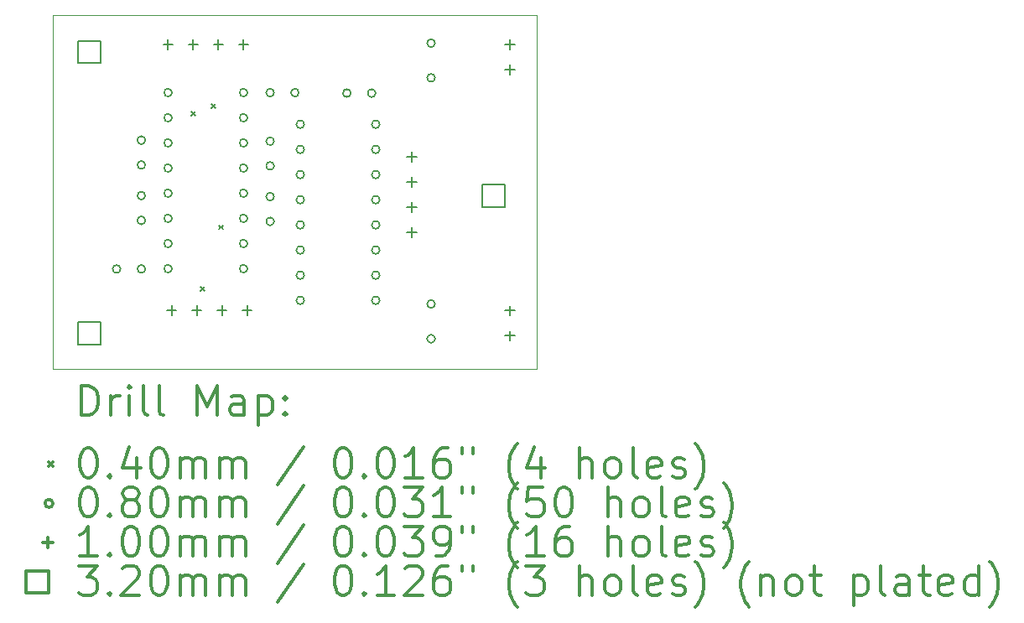
<source format=gbr>
%FSLAX45Y45*%
G04 Gerber Fmt 4.5, Leading zero omitted, Abs format (unit mm)*
G04 Created by KiCad (PCBNEW (5.1.5)-3) date 2020-05-24 13:05:51*
%MOMM*%
%LPD*%
G04 APERTURE LIST*
%TA.AperFunction,Profile*%
%ADD10C,0.050000*%
%TD*%
%ADD11C,0.200000*%
%ADD12C,0.300000*%
G04 APERTURE END LIST*
D10*
X9650000Y-8235000D02*
X14535000Y-8235000D01*
X9650000Y-4660000D02*
X9650000Y-8235000D01*
X14535000Y-4660000D02*
X9650000Y-4660000D01*
X14535000Y-8235000D02*
X14535000Y-4660000D01*
D11*
X11045000Y-5635000D02*
X11085000Y-5675000D01*
X11085000Y-5635000D02*
X11045000Y-5675000D01*
X11140000Y-7405000D02*
X11180000Y-7445000D01*
X11180000Y-7405000D02*
X11140000Y-7445000D01*
X11245000Y-5560000D02*
X11285000Y-5600000D01*
X11285000Y-5560000D02*
X11245000Y-5600000D01*
X11325000Y-6785000D02*
X11365000Y-6825000D01*
X11365000Y-6785000D02*
X11325000Y-6825000D01*
X11880000Y-5935000D02*
G75*
G03X11880000Y-5935000I-40000J0D01*
G01*
X11880000Y-6185000D02*
G75*
G03X11880000Y-6185000I-40000J0D01*
G01*
X10330000Y-7225000D02*
G75*
G03X10330000Y-7225000I-40000J0D01*
G01*
X10580000Y-7225000D02*
G75*
G03X10580000Y-7225000I-40000J0D01*
G01*
X10580000Y-6485000D02*
G75*
G03X10580000Y-6485000I-40000J0D01*
G01*
X10580000Y-6735000D02*
G75*
G03X10580000Y-6735000I-40000J0D01*
G01*
X11880000Y-5445000D02*
G75*
G03X11880000Y-5445000I-40000J0D01*
G01*
X12130000Y-5445000D02*
G75*
G03X12130000Y-5445000I-40000J0D01*
G01*
X10580000Y-5925000D02*
G75*
G03X10580000Y-5925000I-40000J0D01*
G01*
X10580000Y-6175000D02*
G75*
G03X10580000Y-6175000I-40000J0D01*
G01*
X12655000Y-5450000D02*
G75*
G03X12655000Y-5450000I-40000J0D01*
G01*
X12905000Y-5450000D02*
G75*
G03X12905000Y-5450000I-40000J0D01*
G01*
X13505000Y-4945000D02*
G75*
G03X13505000Y-4945000I-40000J0D01*
G01*
X13505000Y-5295000D02*
G75*
G03X13505000Y-5295000I-40000J0D01*
G01*
X12185000Y-5765000D02*
G75*
G03X12185000Y-5765000I-40000J0D01*
G01*
X12185000Y-6019000D02*
G75*
G03X12185000Y-6019000I-40000J0D01*
G01*
X12185000Y-6273000D02*
G75*
G03X12185000Y-6273000I-40000J0D01*
G01*
X12185000Y-6527000D02*
G75*
G03X12185000Y-6527000I-40000J0D01*
G01*
X12185000Y-6781000D02*
G75*
G03X12185000Y-6781000I-40000J0D01*
G01*
X12185000Y-7035000D02*
G75*
G03X12185000Y-7035000I-40000J0D01*
G01*
X12185000Y-7289000D02*
G75*
G03X12185000Y-7289000I-40000J0D01*
G01*
X12185000Y-7543000D02*
G75*
G03X12185000Y-7543000I-40000J0D01*
G01*
X12947000Y-5765000D02*
G75*
G03X12947000Y-5765000I-40000J0D01*
G01*
X12947000Y-6019000D02*
G75*
G03X12947000Y-6019000I-40000J0D01*
G01*
X12947000Y-6273000D02*
G75*
G03X12947000Y-6273000I-40000J0D01*
G01*
X12947000Y-6527000D02*
G75*
G03X12947000Y-6527000I-40000J0D01*
G01*
X12947000Y-6781000D02*
G75*
G03X12947000Y-6781000I-40000J0D01*
G01*
X12947000Y-7035000D02*
G75*
G03X12947000Y-7035000I-40000J0D01*
G01*
X12947000Y-7289000D02*
G75*
G03X12947000Y-7289000I-40000J0D01*
G01*
X12947000Y-7543000D02*
G75*
G03X12947000Y-7543000I-40000J0D01*
G01*
X11880000Y-6495000D02*
G75*
G03X11880000Y-6495000I-40000J0D01*
G01*
X11880000Y-6745000D02*
G75*
G03X11880000Y-6745000I-40000J0D01*
G01*
X10850000Y-5445000D02*
G75*
G03X10850000Y-5445000I-40000J0D01*
G01*
X10850000Y-5699000D02*
G75*
G03X10850000Y-5699000I-40000J0D01*
G01*
X10850000Y-5953000D02*
G75*
G03X10850000Y-5953000I-40000J0D01*
G01*
X10850000Y-6207000D02*
G75*
G03X10850000Y-6207000I-40000J0D01*
G01*
X10850000Y-6461000D02*
G75*
G03X10850000Y-6461000I-40000J0D01*
G01*
X10850000Y-6715000D02*
G75*
G03X10850000Y-6715000I-40000J0D01*
G01*
X10850000Y-6969000D02*
G75*
G03X10850000Y-6969000I-40000J0D01*
G01*
X10850000Y-7223000D02*
G75*
G03X10850000Y-7223000I-40000J0D01*
G01*
X11612000Y-5445000D02*
G75*
G03X11612000Y-5445000I-40000J0D01*
G01*
X11612000Y-5699000D02*
G75*
G03X11612000Y-5699000I-40000J0D01*
G01*
X11612000Y-5953000D02*
G75*
G03X11612000Y-5953000I-40000J0D01*
G01*
X11612000Y-6207000D02*
G75*
G03X11612000Y-6207000I-40000J0D01*
G01*
X11612000Y-6461000D02*
G75*
G03X11612000Y-6461000I-40000J0D01*
G01*
X11612000Y-6715000D02*
G75*
G03X11612000Y-6715000I-40000J0D01*
G01*
X11612000Y-6969000D02*
G75*
G03X11612000Y-6969000I-40000J0D01*
G01*
X11612000Y-7223000D02*
G75*
G03X11612000Y-7223000I-40000J0D01*
G01*
X13505000Y-7580000D02*
G75*
G03X13505000Y-7580000I-40000J0D01*
G01*
X13505000Y-7930000D02*
G75*
G03X13505000Y-7930000I-40000J0D01*
G01*
X10810000Y-4905000D02*
X10810000Y-5005000D01*
X10760000Y-4955000D02*
X10860000Y-4955000D01*
X11064000Y-4905000D02*
X11064000Y-5005000D01*
X11014000Y-4955000D02*
X11114000Y-4955000D01*
X11318000Y-4905000D02*
X11318000Y-5005000D01*
X11268000Y-4955000D02*
X11368000Y-4955000D01*
X11572000Y-4905000D02*
X11572000Y-5005000D01*
X11522000Y-4955000D02*
X11622000Y-4955000D01*
X14260000Y-4911000D02*
X14260000Y-5011000D01*
X14210000Y-4961000D02*
X14310000Y-4961000D01*
X14260000Y-5165000D02*
X14260000Y-5265000D01*
X14210000Y-5215000D02*
X14310000Y-5215000D01*
X13270000Y-6043000D02*
X13270000Y-6143000D01*
X13220000Y-6093000D02*
X13320000Y-6093000D01*
X13270000Y-6297000D02*
X13270000Y-6397000D01*
X13220000Y-6347000D02*
X13320000Y-6347000D01*
X13270000Y-6551000D02*
X13270000Y-6651000D01*
X13220000Y-6601000D02*
X13320000Y-6601000D01*
X13270000Y-6805000D02*
X13270000Y-6905000D01*
X13220000Y-6855000D02*
X13320000Y-6855000D01*
X10845000Y-7595000D02*
X10845000Y-7695000D01*
X10795000Y-7645000D02*
X10895000Y-7645000D01*
X11099000Y-7595000D02*
X11099000Y-7695000D01*
X11049000Y-7645000D02*
X11149000Y-7645000D01*
X11353000Y-7595000D02*
X11353000Y-7695000D01*
X11303000Y-7645000D02*
X11403000Y-7645000D01*
X11607000Y-7595000D02*
X11607000Y-7695000D01*
X11557000Y-7645000D02*
X11657000Y-7645000D01*
X14260000Y-7596000D02*
X14260000Y-7696000D01*
X14210000Y-7646000D02*
X14310000Y-7646000D01*
X14260000Y-7850000D02*
X14260000Y-7950000D01*
X14210000Y-7900000D02*
X14310000Y-7900000D01*
X10128138Y-5148138D02*
X10128138Y-4921862D01*
X9901862Y-4921862D01*
X9901862Y-5148138D01*
X10128138Y-5148138D01*
X10128138Y-7988138D02*
X10128138Y-7761862D01*
X9901862Y-7761862D01*
X9901862Y-7988138D01*
X10128138Y-7988138D01*
X14208138Y-6598138D02*
X14208138Y-6371862D01*
X13981862Y-6371862D01*
X13981862Y-6598138D01*
X14208138Y-6598138D01*
D12*
X9933928Y-8703214D02*
X9933928Y-8403214D01*
X10005357Y-8403214D01*
X10048214Y-8417500D01*
X10076786Y-8446072D01*
X10091071Y-8474643D01*
X10105357Y-8531786D01*
X10105357Y-8574643D01*
X10091071Y-8631786D01*
X10076786Y-8660357D01*
X10048214Y-8688929D01*
X10005357Y-8703214D01*
X9933928Y-8703214D01*
X10233928Y-8703214D02*
X10233928Y-8503214D01*
X10233928Y-8560357D02*
X10248214Y-8531786D01*
X10262500Y-8517500D01*
X10291071Y-8503214D01*
X10319643Y-8503214D01*
X10419643Y-8703214D02*
X10419643Y-8503214D01*
X10419643Y-8403214D02*
X10405357Y-8417500D01*
X10419643Y-8431786D01*
X10433928Y-8417500D01*
X10419643Y-8403214D01*
X10419643Y-8431786D01*
X10605357Y-8703214D02*
X10576786Y-8688929D01*
X10562500Y-8660357D01*
X10562500Y-8403214D01*
X10762500Y-8703214D02*
X10733928Y-8688929D01*
X10719643Y-8660357D01*
X10719643Y-8403214D01*
X11105357Y-8703214D02*
X11105357Y-8403214D01*
X11205357Y-8617500D01*
X11305357Y-8403214D01*
X11305357Y-8703214D01*
X11576786Y-8703214D02*
X11576786Y-8546072D01*
X11562500Y-8517500D01*
X11533928Y-8503214D01*
X11476786Y-8503214D01*
X11448214Y-8517500D01*
X11576786Y-8688929D02*
X11548214Y-8703214D01*
X11476786Y-8703214D01*
X11448214Y-8688929D01*
X11433928Y-8660357D01*
X11433928Y-8631786D01*
X11448214Y-8603214D01*
X11476786Y-8588929D01*
X11548214Y-8588929D01*
X11576786Y-8574643D01*
X11719643Y-8503214D02*
X11719643Y-8803214D01*
X11719643Y-8517500D02*
X11748214Y-8503214D01*
X11805357Y-8503214D01*
X11833928Y-8517500D01*
X11848214Y-8531786D01*
X11862500Y-8560357D01*
X11862500Y-8646072D01*
X11848214Y-8674643D01*
X11833928Y-8688929D01*
X11805357Y-8703214D01*
X11748214Y-8703214D01*
X11719643Y-8688929D01*
X11991071Y-8674643D02*
X12005357Y-8688929D01*
X11991071Y-8703214D01*
X11976786Y-8688929D01*
X11991071Y-8674643D01*
X11991071Y-8703214D01*
X11991071Y-8517500D02*
X12005357Y-8531786D01*
X11991071Y-8546072D01*
X11976786Y-8531786D01*
X11991071Y-8517500D01*
X11991071Y-8546072D01*
X9607500Y-9177500D02*
X9647500Y-9217500D01*
X9647500Y-9177500D02*
X9607500Y-9217500D01*
X9991071Y-9033214D02*
X10019643Y-9033214D01*
X10048214Y-9047500D01*
X10062500Y-9061786D01*
X10076786Y-9090357D01*
X10091071Y-9147500D01*
X10091071Y-9218929D01*
X10076786Y-9276072D01*
X10062500Y-9304643D01*
X10048214Y-9318929D01*
X10019643Y-9333214D01*
X9991071Y-9333214D01*
X9962500Y-9318929D01*
X9948214Y-9304643D01*
X9933928Y-9276072D01*
X9919643Y-9218929D01*
X9919643Y-9147500D01*
X9933928Y-9090357D01*
X9948214Y-9061786D01*
X9962500Y-9047500D01*
X9991071Y-9033214D01*
X10219643Y-9304643D02*
X10233928Y-9318929D01*
X10219643Y-9333214D01*
X10205357Y-9318929D01*
X10219643Y-9304643D01*
X10219643Y-9333214D01*
X10491071Y-9133214D02*
X10491071Y-9333214D01*
X10419643Y-9018929D02*
X10348214Y-9233214D01*
X10533928Y-9233214D01*
X10705357Y-9033214D02*
X10733928Y-9033214D01*
X10762500Y-9047500D01*
X10776786Y-9061786D01*
X10791071Y-9090357D01*
X10805357Y-9147500D01*
X10805357Y-9218929D01*
X10791071Y-9276072D01*
X10776786Y-9304643D01*
X10762500Y-9318929D01*
X10733928Y-9333214D01*
X10705357Y-9333214D01*
X10676786Y-9318929D01*
X10662500Y-9304643D01*
X10648214Y-9276072D01*
X10633928Y-9218929D01*
X10633928Y-9147500D01*
X10648214Y-9090357D01*
X10662500Y-9061786D01*
X10676786Y-9047500D01*
X10705357Y-9033214D01*
X10933928Y-9333214D02*
X10933928Y-9133214D01*
X10933928Y-9161786D02*
X10948214Y-9147500D01*
X10976786Y-9133214D01*
X11019643Y-9133214D01*
X11048214Y-9147500D01*
X11062500Y-9176072D01*
X11062500Y-9333214D01*
X11062500Y-9176072D02*
X11076786Y-9147500D01*
X11105357Y-9133214D01*
X11148214Y-9133214D01*
X11176786Y-9147500D01*
X11191071Y-9176072D01*
X11191071Y-9333214D01*
X11333928Y-9333214D02*
X11333928Y-9133214D01*
X11333928Y-9161786D02*
X11348214Y-9147500D01*
X11376786Y-9133214D01*
X11419643Y-9133214D01*
X11448214Y-9147500D01*
X11462500Y-9176072D01*
X11462500Y-9333214D01*
X11462500Y-9176072D02*
X11476786Y-9147500D01*
X11505357Y-9133214D01*
X11548214Y-9133214D01*
X11576786Y-9147500D01*
X11591071Y-9176072D01*
X11591071Y-9333214D01*
X12176786Y-9018929D02*
X11919643Y-9404643D01*
X12562500Y-9033214D02*
X12591071Y-9033214D01*
X12619643Y-9047500D01*
X12633928Y-9061786D01*
X12648214Y-9090357D01*
X12662500Y-9147500D01*
X12662500Y-9218929D01*
X12648214Y-9276072D01*
X12633928Y-9304643D01*
X12619643Y-9318929D01*
X12591071Y-9333214D01*
X12562500Y-9333214D01*
X12533928Y-9318929D01*
X12519643Y-9304643D01*
X12505357Y-9276072D01*
X12491071Y-9218929D01*
X12491071Y-9147500D01*
X12505357Y-9090357D01*
X12519643Y-9061786D01*
X12533928Y-9047500D01*
X12562500Y-9033214D01*
X12791071Y-9304643D02*
X12805357Y-9318929D01*
X12791071Y-9333214D01*
X12776786Y-9318929D01*
X12791071Y-9304643D01*
X12791071Y-9333214D01*
X12991071Y-9033214D02*
X13019643Y-9033214D01*
X13048214Y-9047500D01*
X13062500Y-9061786D01*
X13076786Y-9090357D01*
X13091071Y-9147500D01*
X13091071Y-9218929D01*
X13076786Y-9276072D01*
X13062500Y-9304643D01*
X13048214Y-9318929D01*
X13019643Y-9333214D01*
X12991071Y-9333214D01*
X12962500Y-9318929D01*
X12948214Y-9304643D01*
X12933928Y-9276072D01*
X12919643Y-9218929D01*
X12919643Y-9147500D01*
X12933928Y-9090357D01*
X12948214Y-9061786D01*
X12962500Y-9047500D01*
X12991071Y-9033214D01*
X13376786Y-9333214D02*
X13205357Y-9333214D01*
X13291071Y-9333214D02*
X13291071Y-9033214D01*
X13262500Y-9076072D01*
X13233928Y-9104643D01*
X13205357Y-9118929D01*
X13633928Y-9033214D02*
X13576786Y-9033214D01*
X13548214Y-9047500D01*
X13533928Y-9061786D01*
X13505357Y-9104643D01*
X13491071Y-9161786D01*
X13491071Y-9276072D01*
X13505357Y-9304643D01*
X13519643Y-9318929D01*
X13548214Y-9333214D01*
X13605357Y-9333214D01*
X13633928Y-9318929D01*
X13648214Y-9304643D01*
X13662500Y-9276072D01*
X13662500Y-9204643D01*
X13648214Y-9176072D01*
X13633928Y-9161786D01*
X13605357Y-9147500D01*
X13548214Y-9147500D01*
X13519643Y-9161786D01*
X13505357Y-9176072D01*
X13491071Y-9204643D01*
X13776786Y-9033214D02*
X13776786Y-9090357D01*
X13891071Y-9033214D02*
X13891071Y-9090357D01*
X14333928Y-9447500D02*
X14319643Y-9433214D01*
X14291071Y-9390357D01*
X14276786Y-9361786D01*
X14262500Y-9318929D01*
X14248214Y-9247500D01*
X14248214Y-9190357D01*
X14262500Y-9118929D01*
X14276786Y-9076072D01*
X14291071Y-9047500D01*
X14319643Y-9004643D01*
X14333928Y-8990357D01*
X14576786Y-9133214D02*
X14576786Y-9333214D01*
X14505357Y-9018929D02*
X14433928Y-9233214D01*
X14619643Y-9233214D01*
X14962500Y-9333214D02*
X14962500Y-9033214D01*
X15091071Y-9333214D02*
X15091071Y-9176072D01*
X15076786Y-9147500D01*
X15048214Y-9133214D01*
X15005357Y-9133214D01*
X14976786Y-9147500D01*
X14962500Y-9161786D01*
X15276786Y-9333214D02*
X15248214Y-9318929D01*
X15233928Y-9304643D01*
X15219643Y-9276072D01*
X15219643Y-9190357D01*
X15233928Y-9161786D01*
X15248214Y-9147500D01*
X15276786Y-9133214D01*
X15319643Y-9133214D01*
X15348214Y-9147500D01*
X15362500Y-9161786D01*
X15376786Y-9190357D01*
X15376786Y-9276072D01*
X15362500Y-9304643D01*
X15348214Y-9318929D01*
X15319643Y-9333214D01*
X15276786Y-9333214D01*
X15548214Y-9333214D02*
X15519643Y-9318929D01*
X15505357Y-9290357D01*
X15505357Y-9033214D01*
X15776786Y-9318929D02*
X15748214Y-9333214D01*
X15691071Y-9333214D01*
X15662500Y-9318929D01*
X15648214Y-9290357D01*
X15648214Y-9176072D01*
X15662500Y-9147500D01*
X15691071Y-9133214D01*
X15748214Y-9133214D01*
X15776786Y-9147500D01*
X15791071Y-9176072D01*
X15791071Y-9204643D01*
X15648214Y-9233214D01*
X15905357Y-9318929D02*
X15933928Y-9333214D01*
X15991071Y-9333214D01*
X16019643Y-9318929D01*
X16033928Y-9290357D01*
X16033928Y-9276072D01*
X16019643Y-9247500D01*
X15991071Y-9233214D01*
X15948214Y-9233214D01*
X15919643Y-9218929D01*
X15905357Y-9190357D01*
X15905357Y-9176072D01*
X15919643Y-9147500D01*
X15948214Y-9133214D01*
X15991071Y-9133214D01*
X16019643Y-9147500D01*
X16133928Y-9447500D02*
X16148214Y-9433214D01*
X16176786Y-9390357D01*
X16191071Y-9361786D01*
X16205357Y-9318929D01*
X16219643Y-9247500D01*
X16219643Y-9190357D01*
X16205357Y-9118929D01*
X16191071Y-9076072D01*
X16176786Y-9047500D01*
X16148214Y-9004643D01*
X16133928Y-8990357D01*
X9647500Y-9593500D02*
G75*
G03X9647500Y-9593500I-40000J0D01*
G01*
X9991071Y-9429214D02*
X10019643Y-9429214D01*
X10048214Y-9443500D01*
X10062500Y-9457786D01*
X10076786Y-9486357D01*
X10091071Y-9543500D01*
X10091071Y-9614929D01*
X10076786Y-9672072D01*
X10062500Y-9700643D01*
X10048214Y-9714929D01*
X10019643Y-9729214D01*
X9991071Y-9729214D01*
X9962500Y-9714929D01*
X9948214Y-9700643D01*
X9933928Y-9672072D01*
X9919643Y-9614929D01*
X9919643Y-9543500D01*
X9933928Y-9486357D01*
X9948214Y-9457786D01*
X9962500Y-9443500D01*
X9991071Y-9429214D01*
X10219643Y-9700643D02*
X10233928Y-9714929D01*
X10219643Y-9729214D01*
X10205357Y-9714929D01*
X10219643Y-9700643D01*
X10219643Y-9729214D01*
X10405357Y-9557786D02*
X10376786Y-9543500D01*
X10362500Y-9529214D01*
X10348214Y-9500643D01*
X10348214Y-9486357D01*
X10362500Y-9457786D01*
X10376786Y-9443500D01*
X10405357Y-9429214D01*
X10462500Y-9429214D01*
X10491071Y-9443500D01*
X10505357Y-9457786D01*
X10519643Y-9486357D01*
X10519643Y-9500643D01*
X10505357Y-9529214D01*
X10491071Y-9543500D01*
X10462500Y-9557786D01*
X10405357Y-9557786D01*
X10376786Y-9572072D01*
X10362500Y-9586357D01*
X10348214Y-9614929D01*
X10348214Y-9672072D01*
X10362500Y-9700643D01*
X10376786Y-9714929D01*
X10405357Y-9729214D01*
X10462500Y-9729214D01*
X10491071Y-9714929D01*
X10505357Y-9700643D01*
X10519643Y-9672072D01*
X10519643Y-9614929D01*
X10505357Y-9586357D01*
X10491071Y-9572072D01*
X10462500Y-9557786D01*
X10705357Y-9429214D02*
X10733928Y-9429214D01*
X10762500Y-9443500D01*
X10776786Y-9457786D01*
X10791071Y-9486357D01*
X10805357Y-9543500D01*
X10805357Y-9614929D01*
X10791071Y-9672072D01*
X10776786Y-9700643D01*
X10762500Y-9714929D01*
X10733928Y-9729214D01*
X10705357Y-9729214D01*
X10676786Y-9714929D01*
X10662500Y-9700643D01*
X10648214Y-9672072D01*
X10633928Y-9614929D01*
X10633928Y-9543500D01*
X10648214Y-9486357D01*
X10662500Y-9457786D01*
X10676786Y-9443500D01*
X10705357Y-9429214D01*
X10933928Y-9729214D02*
X10933928Y-9529214D01*
X10933928Y-9557786D02*
X10948214Y-9543500D01*
X10976786Y-9529214D01*
X11019643Y-9529214D01*
X11048214Y-9543500D01*
X11062500Y-9572072D01*
X11062500Y-9729214D01*
X11062500Y-9572072D02*
X11076786Y-9543500D01*
X11105357Y-9529214D01*
X11148214Y-9529214D01*
X11176786Y-9543500D01*
X11191071Y-9572072D01*
X11191071Y-9729214D01*
X11333928Y-9729214D02*
X11333928Y-9529214D01*
X11333928Y-9557786D02*
X11348214Y-9543500D01*
X11376786Y-9529214D01*
X11419643Y-9529214D01*
X11448214Y-9543500D01*
X11462500Y-9572072D01*
X11462500Y-9729214D01*
X11462500Y-9572072D02*
X11476786Y-9543500D01*
X11505357Y-9529214D01*
X11548214Y-9529214D01*
X11576786Y-9543500D01*
X11591071Y-9572072D01*
X11591071Y-9729214D01*
X12176786Y-9414929D02*
X11919643Y-9800643D01*
X12562500Y-9429214D02*
X12591071Y-9429214D01*
X12619643Y-9443500D01*
X12633928Y-9457786D01*
X12648214Y-9486357D01*
X12662500Y-9543500D01*
X12662500Y-9614929D01*
X12648214Y-9672072D01*
X12633928Y-9700643D01*
X12619643Y-9714929D01*
X12591071Y-9729214D01*
X12562500Y-9729214D01*
X12533928Y-9714929D01*
X12519643Y-9700643D01*
X12505357Y-9672072D01*
X12491071Y-9614929D01*
X12491071Y-9543500D01*
X12505357Y-9486357D01*
X12519643Y-9457786D01*
X12533928Y-9443500D01*
X12562500Y-9429214D01*
X12791071Y-9700643D02*
X12805357Y-9714929D01*
X12791071Y-9729214D01*
X12776786Y-9714929D01*
X12791071Y-9700643D01*
X12791071Y-9729214D01*
X12991071Y-9429214D02*
X13019643Y-9429214D01*
X13048214Y-9443500D01*
X13062500Y-9457786D01*
X13076786Y-9486357D01*
X13091071Y-9543500D01*
X13091071Y-9614929D01*
X13076786Y-9672072D01*
X13062500Y-9700643D01*
X13048214Y-9714929D01*
X13019643Y-9729214D01*
X12991071Y-9729214D01*
X12962500Y-9714929D01*
X12948214Y-9700643D01*
X12933928Y-9672072D01*
X12919643Y-9614929D01*
X12919643Y-9543500D01*
X12933928Y-9486357D01*
X12948214Y-9457786D01*
X12962500Y-9443500D01*
X12991071Y-9429214D01*
X13191071Y-9429214D02*
X13376786Y-9429214D01*
X13276786Y-9543500D01*
X13319643Y-9543500D01*
X13348214Y-9557786D01*
X13362500Y-9572072D01*
X13376786Y-9600643D01*
X13376786Y-9672072D01*
X13362500Y-9700643D01*
X13348214Y-9714929D01*
X13319643Y-9729214D01*
X13233928Y-9729214D01*
X13205357Y-9714929D01*
X13191071Y-9700643D01*
X13662500Y-9729214D02*
X13491071Y-9729214D01*
X13576786Y-9729214D02*
X13576786Y-9429214D01*
X13548214Y-9472072D01*
X13519643Y-9500643D01*
X13491071Y-9514929D01*
X13776786Y-9429214D02*
X13776786Y-9486357D01*
X13891071Y-9429214D02*
X13891071Y-9486357D01*
X14333928Y-9843500D02*
X14319643Y-9829214D01*
X14291071Y-9786357D01*
X14276786Y-9757786D01*
X14262500Y-9714929D01*
X14248214Y-9643500D01*
X14248214Y-9586357D01*
X14262500Y-9514929D01*
X14276786Y-9472072D01*
X14291071Y-9443500D01*
X14319643Y-9400643D01*
X14333928Y-9386357D01*
X14591071Y-9429214D02*
X14448214Y-9429214D01*
X14433928Y-9572072D01*
X14448214Y-9557786D01*
X14476786Y-9543500D01*
X14548214Y-9543500D01*
X14576786Y-9557786D01*
X14591071Y-9572072D01*
X14605357Y-9600643D01*
X14605357Y-9672072D01*
X14591071Y-9700643D01*
X14576786Y-9714929D01*
X14548214Y-9729214D01*
X14476786Y-9729214D01*
X14448214Y-9714929D01*
X14433928Y-9700643D01*
X14791071Y-9429214D02*
X14819643Y-9429214D01*
X14848214Y-9443500D01*
X14862500Y-9457786D01*
X14876786Y-9486357D01*
X14891071Y-9543500D01*
X14891071Y-9614929D01*
X14876786Y-9672072D01*
X14862500Y-9700643D01*
X14848214Y-9714929D01*
X14819643Y-9729214D01*
X14791071Y-9729214D01*
X14762500Y-9714929D01*
X14748214Y-9700643D01*
X14733928Y-9672072D01*
X14719643Y-9614929D01*
X14719643Y-9543500D01*
X14733928Y-9486357D01*
X14748214Y-9457786D01*
X14762500Y-9443500D01*
X14791071Y-9429214D01*
X15248214Y-9729214D02*
X15248214Y-9429214D01*
X15376786Y-9729214D02*
X15376786Y-9572072D01*
X15362500Y-9543500D01*
X15333928Y-9529214D01*
X15291071Y-9529214D01*
X15262500Y-9543500D01*
X15248214Y-9557786D01*
X15562500Y-9729214D02*
X15533928Y-9714929D01*
X15519643Y-9700643D01*
X15505357Y-9672072D01*
X15505357Y-9586357D01*
X15519643Y-9557786D01*
X15533928Y-9543500D01*
X15562500Y-9529214D01*
X15605357Y-9529214D01*
X15633928Y-9543500D01*
X15648214Y-9557786D01*
X15662500Y-9586357D01*
X15662500Y-9672072D01*
X15648214Y-9700643D01*
X15633928Y-9714929D01*
X15605357Y-9729214D01*
X15562500Y-9729214D01*
X15833928Y-9729214D02*
X15805357Y-9714929D01*
X15791071Y-9686357D01*
X15791071Y-9429214D01*
X16062500Y-9714929D02*
X16033928Y-9729214D01*
X15976786Y-9729214D01*
X15948214Y-9714929D01*
X15933928Y-9686357D01*
X15933928Y-9572072D01*
X15948214Y-9543500D01*
X15976786Y-9529214D01*
X16033928Y-9529214D01*
X16062500Y-9543500D01*
X16076786Y-9572072D01*
X16076786Y-9600643D01*
X15933928Y-9629214D01*
X16191071Y-9714929D02*
X16219643Y-9729214D01*
X16276786Y-9729214D01*
X16305357Y-9714929D01*
X16319643Y-9686357D01*
X16319643Y-9672072D01*
X16305357Y-9643500D01*
X16276786Y-9629214D01*
X16233928Y-9629214D01*
X16205357Y-9614929D01*
X16191071Y-9586357D01*
X16191071Y-9572072D01*
X16205357Y-9543500D01*
X16233928Y-9529214D01*
X16276786Y-9529214D01*
X16305357Y-9543500D01*
X16419643Y-9843500D02*
X16433928Y-9829214D01*
X16462500Y-9786357D01*
X16476786Y-9757786D01*
X16491071Y-9714929D01*
X16505357Y-9643500D01*
X16505357Y-9586357D01*
X16491071Y-9514929D01*
X16476786Y-9472072D01*
X16462500Y-9443500D01*
X16433928Y-9400643D01*
X16419643Y-9386357D01*
X9597500Y-9939500D02*
X9597500Y-10039500D01*
X9547500Y-9989500D02*
X9647500Y-9989500D01*
X10091071Y-10125214D02*
X9919643Y-10125214D01*
X10005357Y-10125214D02*
X10005357Y-9825214D01*
X9976786Y-9868072D01*
X9948214Y-9896643D01*
X9919643Y-9910929D01*
X10219643Y-10096643D02*
X10233928Y-10110929D01*
X10219643Y-10125214D01*
X10205357Y-10110929D01*
X10219643Y-10096643D01*
X10219643Y-10125214D01*
X10419643Y-9825214D02*
X10448214Y-9825214D01*
X10476786Y-9839500D01*
X10491071Y-9853786D01*
X10505357Y-9882357D01*
X10519643Y-9939500D01*
X10519643Y-10010929D01*
X10505357Y-10068072D01*
X10491071Y-10096643D01*
X10476786Y-10110929D01*
X10448214Y-10125214D01*
X10419643Y-10125214D01*
X10391071Y-10110929D01*
X10376786Y-10096643D01*
X10362500Y-10068072D01*
X10348214Y-10010929D01*
X10348214Y-9939500D01*
X10362500Y-9882357D01*
X10376786Y-9853786D01*
X10391071Y-9839500D01*
X10419643Y-9825214D01*
X10705357Y-9825214D02*
X10733928Y-9825214D01*
X10762500Y-9839500D01*
X10776786Y-9853786D01*
X10791071Y-9882357D01*
X10805357Y-9939500D01*
X10805357Y-10010929D01*
X10791071Y-10068072D01*
X10776786Y-10096643D01*
X10762500Y-10110929D01*
X10733928Y-10125214D01*
X10705357Y-10125214D01*
X10676786Y-10110929D01*
X10662500Y-10096643D01*
X10648214Y-10068072D01*
X10633928Y-10010929D01*
X10633928Y-9939500D01*
X10648214Y-9882357D01*
X10662500Y-9853786D01*
X10676786Y-9839500D01*
X10705357Y-9825214D01*
X10933928Y-10125214D02*
X10933928Y-9925214D01*
X10933928Y-9953786D02*
X10948214Y-9939500D01*
X10976786Y-9925214D01*
X11019643Y-9925214D01*
X11048214Y-9939500D01*
X11062500Y-9968072D01*
X11062500Y-10125214D01*
X11062500Y-9968072D02*
X11076786Y-9939500D01*
X11105357Y-9925214D01*
X11148214Y-9925214D01*
X11176786Y-9939500D01*
X11191071Y-9968072D01*
X11191071Y-10125214D01*
X11333928Y-10125214D02*
X11333928Y-9925214D01*
X11333928Y-9953786D02*
X11348214Y-9939500D01*
X11376786Y-9925214D01*
X11419643Y-9925214D01*
X11448214Y-9939500D01*
X11462500Y-9968072D01*
X11462500Y-10125214D01*
X11462500Y-9968072D02*
X11476786Y-9939500D01*
X11505357Y-9925214D01*
X11548214Y-9925214D01*
X11576786Y-9939500D01*
X11591071Y-9968072D01*
X11591071Y-10125214D01*
X12176786Y-9810929D02*
X11919643Y-10196643D01*
X12562500Y-9825214D02*
X12591071Y-9825214D01*
X12619643Y-9839500D01*
X12633928Y-9853786D01*
X12648214Y-9882357D01*
X12662500Y-9939500D01*
X12662500Y-10010929D01*
X12648214Y-10068072D01*
X12633928Y-10096643D01*
X12619643Y-10110929D01*
X12591071Y-10125214D01*
X12562500Y-10125214D01*
X12533928Y-10110929D01*
X12519643Y-10096643D01*
X12505357Y-10068072D01*
X12491071Y-10010929D01*
X12491071Y-9939500D01*
X12505357Y-9882357D01*
X12519643Y-9853786D01*
X12533928Y-9839500D01*
X12562500Y-9825214D01*
X12791071Y-10096643D02*
X12805357Y-10110929D01*
X12791071Y-10125214D01*
X12776786Y-10110929D01*
X12791071Y-10096643D01*
X12791071Y-10125214D01*
X12991071Y-9825214D02*
X13019643Y-9825214D01*
X13048214Y-9839500D01*
X13062500Y-9853786D01*
X13076786Y-9882357D01*
X13091071Y-9939500D01*
X13091071Y-10010929D01*
X13076786Y-10068072D01*
X13062500Y-10096643D01*
X13048214Y-10110929D01*
X13019643Y-10125214D01*
X12991071Y-10125214D01*
X12962500Y-10110929D01*
X12948214Y-10096643D01*
X12933928Y-10068072D01*
X12919643Y-10010929D01*
X12919643Y-9939500D01*
X12933928Y-9882357D01*
X12948214Y-9853786D01*
X12962500Y-9839500D01*
X12991071Y-9825214D01*
X13191071Y-9825214D02*
X13376786Y-9825214D01*
X13276786Y-9939500D01*
X13319643Y-9939500D01*
X13348214Y-9953786D01*
X13362500Y-9968072D01*
X13376786Y-9996643D01*
X13376786Y-10068072D01*
X13362500Y-10096643D01*
X13348214Y-10110929D01*
X13319643Y-10125214D01*
X13233928Y-10125214D01*
X13205357Y-10110929D01*
X13191071Y-10096643D01*
X13519643Y-10125214D02*
X13576786Y-10125214D01*
X13605357Y-10110929D01*
X13619643Y-10096643D01*
X13648214Y-10053786D01*
X13662500Y-9996643D01*
X13662500Y-9882357D01*
X13648214Y-9853786D01*
X13633928Y-9839500D01*
X13605357Y-9825214D01*
X13548214Y-9825214D01*
X13519643Y-9839500D01*
X13505357Y-9853786D01*
X13491071Y-9882357D01*
X13491071Y-9953786D01*
X13505357Y-9982357D01*
X13519643Y-9996643D01*
X13548214Y-10010929D01*
X13605357Y-10010929D01*
X13633928Y-9996643D01*
X13648214Y-9982357D01*
X13662500Y-9953786D01*
X13776786Y-9825214D02*
X13776786Y-9882357D01*
X13891071Y-9825214D02*
X13891071Y-9882357D01*
X14333928Y-10239500D02*
X14319643Y-10225214D01*
X14291071Y-10182357D01*
X14276786Y-10153786D01*
X14262500Y-10110929D01*
X14248214Y-10039500D01*
X14248214Y-9982357D01*
X14262500Y-9910929D01*
X14276786Y-9868072D01*
X14291071Y-9839500D01*
X14319643Y-9796643D01*
X14333928Y-9782357D01*
X14605357Y-10125214D02*
X14433928Y-10125214D01*
X14519643Y-10125214D02*
X14519643Y-9825214D01*
X14491071Y-9868072D01*
X14462500Y-9896643D01*
X14433928Y-9910929D01*
X14862500Y-9825214D02*
X14805357Y-9825214D01*
X14776786Y-9839500D01*
X14762500Y-9853786D01*
X14733928Y-9896643D01*
X14719643Y-9953786D01*
X14719643Y-10068072D01*
X14733928Y-10096643D01*
X14748214Y-10110929D01*
X14776786Y-10125214D01*
X14833928Y-10125214D01*
X14862500Y-10110929D01*
X14876786Y-10096643D01*
X14891071Y-10068072D01*
X14891071Y-9996643D01*
X14876786Y-9968072D01*
X14862500Y-9953786D01*
X14833928Y-9939500D01*
X14776786Y-9939500D01*
X14748214Y-9953786D01*
X14733928Y-9968072D01*
X14719643Y-9996643D01*
X15248214Y-10125214D02*
X15248214Y-9825214D01*
X15376786Y-10125214D02*
X15376786Y-9968072D01*
X15362500Y-9939500D01*
X15333928Y-9925214D01*
X15291071Y-9925214D01*
X15262500Y-9939500D01*
X15248214Y-9953786D01*
X15562500Y-10125214D02*
X15533928Y-10110929D01*
X15519643Y-10096643D01*
X15505357Y-10068072D01*
X15505357Y-9982357D01*
X15519643Y-9953786D01*
X15533928Y-9939500D01*
X15562500Y-9925214D01*
X15605357Y-9925214D01*
X15633928Y-9939500D01*
X15648214Y-9953786D01*
X15662500Y-9982357D01*
X15662500Y-10068072D01*
X15648214Y-10096643D01*
X15633928Y-10110929D01*
X15605357Y-10125214D01*
X15562500Y-10125214D01*
X15833928Y-10125214D02*
X15805357Y-10110929D01*
X15791071Y-10082357D01*
X15791071Y-9825214D01*
X16062500Y-10110929D02*
X16033928Y-10125214D01*
X15976786Y-10125214D01*
X15948214Y-10110929D01*
X15933928Y-10082357D01*
X15933928Y-9968072D01*
X15948214Y-9939500D01*
X15976786Y-9925214D01*
X16033928Y-9925214D01*
X16062500Y-9939500D01*
X16076786Y-9968072D01*
X16076786Y-9996643D01*
X15933928Y-10025214D01*
X16191071Y-10110929D02*
X16219643Y-10125214D01*
X16276786Y-10125214D01*
X16305357Y-10110929D01*
X16319643Y-10082357D01*
X16319643Y-10068072D01*
X16305357Y-10039500D01*
X16276786Y-10025214D01*
X16233928Y-10025214D01*
X16205357Y-10010929D01*
X16191071Y-9982357D01*
X16191071Y-9968072D01*
X16205357Y-9939500D01*
X16233928Y-9925214D01*
X16276786Y-9925214D01*
X16305357Y-9939500D01*
X16419643Y-10239500D02*
X16433928Y-10225214D01*
X16462500Y-10182357D01*
X16476786Y-10153786D01*
X16491071Y-10110929D01*
X16505357Y-10039500D01*
X16505357Y-9982357D01*
X16491071Y-9910929D01*
X16476786Y-9868072D01*
X16462500Y-9839500D01*
X16433928Y-9796643D01*
X16419643Y-9782357D01*
X9600638Y-10498638D02*
X9600638Y-10272362D01*
X9374362Y-10272362D01*
X9374362Y-10498638D01*
X9600638Y-10498638D01*
X9905357Y-10221214D02*
X10091071Y-10221214D01*
X9991071Y-10335500D01*
X10033928Y-10335500D01*
X10062500Y-10349786D01*
X10076786Y-10364072D01*
X10091071Y-10392643D01*
X10091071Y-10464072D01*
X10076786Y-10492643D01*
X10062500Y-10506929D01*
X10033928Y-10521214D01*
X9948214Y-10521214D01*
X9919643Y-10506929D01*
X9905357Y-10492643D01*
X10219643Y-10492643D02*
X10233928Y-10506929D01*
X10219643Y-10521214D01*
X10205357Y-10506929D01*
X10219643Y-10492643D01*
X10219643Y-10521214D01*
X10348214Y-10249786D02*
X10362500Y-10235500D01*
X10391071Y-10221214D01*
X10462500Y-10221214D01*
X10491071Y-10235500D01*
X10505357Y-10249786D01*
X10519643Y-10278357D01*
X10519643Y-10306929D01*
X10505357Y-10349786D01*
X10333928Y-10521214D01*
X10519643Y-10521214D01*
X10705357Y-10221214D02*
X10733928Y-10221214D01*
X10762500Y-10235500D01*
X10776786Y-10249786D01*
X10791071Y-10278357D01*
X10805357Y-10335500D01*
X10805357Y-10406929D01*
X10791071Y-10464072D01*
X10776786Y-10492643D01*
X10762500Y-10506929D01*
X10733928Y-10521214D01*
X10705357Y-10521214D01*
X10676786Y-10506929D01*
X10662500Y-10492643D01*
X10648214Y-10464072D01*
X10633928Y-10406929D01*
X10633928Y-10335500D01*
X10648214Y-10278357D01*
X10662500Y-10249786D01*
X10676786Y-10235500D01*
X10705357Y-10221214D01*
X10933928Y-10521214D02*
X10933928Y-10321214D01*
X10933928Y-10349786D02*
X10948214Y-10335500D01*
X10976786Y-10321214D01*
X11019643Y-10321214D01*
X11048214Y-10335500D01*
X11062500Y-10364072D01*
X11062500Y-10521214D01*
X11062500Y-10364072D02*
X11076786Y-10335500D01*
X11105357Y-10321214D01*
X11148214Y-10321214D01*
X11176786Y-10335500D01*
X11191071Y-10364072D01*
X11191071Y-10521214D01*
X11333928Y-10521214D02*
X11333928Y-10321214D01*
X11333928Y-10349786D02*
X11348214Y-10335500D01*
X11376786Y-10321214D01*
X11419643Y-10321214D01*
X11448214Y-10335500D01*
X11462500Y-10364072D01*
X11462500Y-10521214D01*
X11462500Y-10364072D02*
X11476786Y-10335500D01*
X11505357Y-10321214D01*
X11548214Y-10321214D01*
X11576786Y-10335500D01*
X11591071Y-10364072D01*
X11591071Y-10521214D01*
X12176786Y-10206929D02*
X11919643Y-10592643D01*
X12562500Y-10221214D02*
X12591071Y-10221214D01*
X12619643Y-10235500D01*
X12633928Y-10249786D01*
X12648214Y-10278357D01*
X12662500Y-10335500D01*
X12662500Y-10406929D01*
X12648214Y-10464072D01*
X12633928Y-10492643D01*
X12619643Y-10506929D01*
X12591071Y-10521214D01*
X12562500Y-10521214D01*
X12533928Y-10506929D01*
X12519643Y-10492643D01*
X12505357Y-10464072D01*
X12491071Y-10406929D01*
X12491071Y-10335500D01*
X12505357Y-10278357D01*
X12519643Y-10249786D01*
X12533928Y-10235500D01*
X12562500Y-10221214D01*
X12791071Y-10492643D02*
X12805357Y-10506929D01*
X12791071Y-10521214D01*
X12776786Y-10506929D01*
X12791071Y-10492643D01*
X12791071Y-10521214D01*
X13091071Y-10521214D02*
X12919643Y-10521214D01*
X13005357Y-10521214D02*
X13005357Y-10221214D01*
X12976786Y-10264072D01*
X12948214Y-10292643D01*
X12919643Y-10306929D01*
X13205357Y-10249786D02*
X13219643Y-10235500D01*
X13248214Y-10221214D01*
X13319643Y-10221214D01*
X13348214Y-10235500D01*
X13362500Y-10249786D01*
X13376786Y-10278357D01*
X13376786Y-10306929D01*
X13362500Y-10349786D01*
X13191071Y-10521214D01*
X13376786Y-10521214D01*
X13633928Y-10221214D02*
X13576786Y-10221214D01*
X13548214Y-10235500D01*
X13533928Y-10249786D01*
X13505357Y-10292643D01*
X13491071Y-10349786D01*
X13491071Y-10464072D01*
X13505357Y-10492643D01*
X13519643Y-10506929D01*
X13548214Y-10521214D01*
X13605357Y-10521214D01*
X13633928Y-10506929D01*
X13648214Y-10492643D01*
X13662500Y-10464072D01*
X13662500Y-10392643D01*
X13648214Y-10364072D01*
X13633928Y-10349786D01*
X13605357Y-10335500D01*
X13548214Y-10335500D01*
X13519643Y-10349786D01*
X13505357Y-10364072D01*
X13491071Y-10392643D01*
X13776786Y-10221214D02*
X13776786Y-10278357D01*
X13891071Y-10221214D02*
X13891071Y-10278357D01*
X14333928Y-10635500D02*
X14319643Y-10621214D01*
X14291071Y-10578357D01*
X14276786Y-10549786D01*
X14262500Y-10506929D01*
X14248214Y-10435500D01*
X14248214Y-10378357D01*
X14262500Y-10306929D01*
X14276786Y-10264072D01*
X14291071Y-10235500D01*
X14319643Y-10192643D01*
X14333928Y-10178357D01*
X14419643Y-10221214D02*
X14605357Y-10221214D01*
X14505357Y-10335500D01*
X14548214Y-10335500D01*
X14576786Y-10349786D01*
X14591071Y-10364072D01*
X14605357Y-10392643D01*
X14605357Y-10464072D01*
X14591071Y-10492643D01*
X14576786Y-10506929D01*
X14548214Y-10521214D01*
X14462500Y-10521214D01*
X14433928Y-10506929D01*
X14419643Y-10492643D01*
X14962500Y-10521214D02*
X14962500Y-10221214D01*
X15091071Y-10521214D02*
X15091071Y-10364072D01*
X15076786Y-10335500D01*
X15048214Y-10321214D01*
X15005357Y-10321214D01*
X14976786Y-10335500D01*
X14962500Y-10349786D01*
X15276786Y-10521214D02*
X15248214Y-10506929D01*
X15233928Y-10492643D01*
X15219643Y-10464072D01*
X15219643Y-10378357D01*
X15233928Y-10349786D01*
X15248214Y-10335500D01*
X15276786Y-10321214D01*
X15319643Y-10321214D01*
X15348214Y-10335500D01*
X15362500Y-10349786D01*
X15376786Y-10378357D01*
X15376786Y-10464072D01*
X15362500Y-10492643D01*
X15348214Y-10506929D01*
X15319643Y-10521214D01*
X15276786Y-10521214D01*
X15548214Y-10521214D02*
X15519643Y-10506929D01*
X15505357Y-10478357D01*
X15505357Y-10221214D01*
X15776786Y-10506929D02*
X15748214Y-10521214D01*
X15691071Y-10521214D01*
X15662500Y-10506929D01*
X15648214Y-10478357D01*
X15648214Y-10364072D01*
X15662500Y-10335500D01*
X15691071Y-10321214D01*
X15748214Y-10321214D01*
X15776786Y-10335500D01*
X15791071Y-10364072D01*
X15791071Y-10392643D01*
X15648214Y-10421214D01*
X15905357Y-10506929D02*
X15933928Y-10521214D01*
X15991071Y-10521214D01*
X16019643Y-10506929D01*
X16033928Y-10478357D01*
X16033928Y-10464072D01*
X16019643Y-10435500D01*
X15991071Y-10421214D01*
X15948214Y-10421214D01*
X15919643Y-10406929D01*
X15905357Y-10378357D01*
X15905357Y-10364072D01*
X15919643Y-10335500D01*
X15948214Y-10321214D01*
X15991071Y-10321214D01*
X16019643Y-10335500D01*
X16133928Y-10635500D02*
X16148214Y-10621214D01*
X16176786Y-10578357D01*
X16191071Y-10549786D01*
X16205357Y-10506929D01*
X16219643Y-10435500D01*
X16219643Y-10378357D01*
X16205357Y-10306929D01*
X16191071Y-10264072D01*
X16176786Y-10235500D01*
X16148214Y-10192643D01*
X16133928Y-10178357D01*
X16676786Y-10635500D02*
X16662500Y-10621214D01*
X16633928Y-10578357D01*
X16619643Y-10549786D01*
X16605357Y-10506929D01*
X16591071Y-10435500D01*
X16591071Y-10378357D01*
X16605357Y-10306929D01*
X16619643Y-10264072D01*
X16633928Y-10235500D01*
X16662500Y-10192643D01*
X16676786Y-10178357D01*
X16791071Y-10321214D02*
X16791071Y-10521214D01*
X16791071Y-10349786D02*
X16805357Y-10335500D01*
X16833928Y-10321214D01*
X16876786Y-10321214D01*
X16905357Y-10335500D01*
X16919643Y-10364072D01*
X16919643Y-10521214D01*
X17105357Y-10521214D02*
X17076786Y-10506929D01*
X17062500Y-10492643D01*
X17048214Y-10464072D01*
X17048214Y-10378357D01*
X17062500Y-10349786D01*
X17076786Y-10335500D01*
X17105357Y-10321214D01*
X17148214Y-10321214D01*
X17176786Y-10335500D01*
X17191071Y-10349786D01*
X17205357Y-10378357D01*
X17205357Y-10464072D01*
X17191071Y-10492643D01*
X17176786Y-10506929D01*
X17148214Y-10521214D01*
X17105357Y-10521214D01*
X17291071Y-10321214D02*
X17405357Y-10321214D01*
X17333928Y-10221214D02*
X17333928Y-10478357D01*
X17348214Y-10506929D01*
X17376786Y-10521214D01*
X17405357Y-10521214D01*
X17733928Y-10321214D02*
X17733928Y-10621214D01*
X17733928Y-10335500D02*
X17762500Y-10321214D01*
X17819643Y-10321214D01*
X17848214Y-10335500D01*
X17862500Y-10349786D01*
X17876786Y-10378357D01*
X17876786Y-10464072D01*
X17862500Y-10492643D01*
X17848214Y-10506929D01*
X17819643Y-10521214D01*
X17762500Y-10521214D01*
X17733928Y-10506929D01*
X18048214Y-10521214D02*
X18019643Y-10506929D01*
X18005357Y-10478357D01*
X18005357Y-10221214D01*
X18291071Y-10521214D02*
X18291071Y-10364072D01*
X18276786Y-10335500D01*
X18248214Y-10321214D01*
X18191071Y-10321214D01*
X18162500Y-10335500D01*
X18291071Y-10506929D02*
X18262500Y-10521214D01*
X18191071Y-10521214D01*
X18162500Y-10506929D01*
X18148214Y-10478357D01*
X18148214Y-10449786D01*
X18162500Y-10421214D01*
X18191071Y-10406929D01*
X18262500Y-10406929D01*
X18291071Y-10392643D01*
X18391071Y-10321214D02*
X18505357Y-10321214D01*
X18433928Y-10221214D02*
X18433928Y-10478357D01*
X18448214Y-10506929D01*
X18476786Y-10521214D01*
X18505357Y-10521214D01*
X18719643Y-10506929D02*
X18691071Y-10521214D01*
X18633928Y-10521214D01*
X18605357Y-10506929D01*
X18591071Y-10478357D01*
X18591071Y-10364072D01*
X18605357Y-10335500D01*
X18633928Y-10321214D01*
X18691071Y-10321214D01*
X18719643Y-10335500D01*
X18733928Y-10364072D01*
X18733928Y-10392643D01*
X18591071Y-10421214D01*
X18991071Y-10521214D02*
X18991071Y-10221214D01*
X18991071Y-10506929D02*
X18962500Y-10521214D01*
X18905357Y-10521214D01*
X18876786Y-10506929D01*
X18862500Y-10492643D01*
X18848214Y-10464072D01*
X18848214Y-10378357D01*
X18862500Y-10349786D01*
X18876786Y-10335500D01*
X18905357Y-10321214D01*
X18962500Y-10321214D01*
X18991071Y-10335500D01*
X19105357Y-10635500D02*
X19119643Y-10621214D01*
X19148214Y-10578357D01*
X19162500Y-10549786D01*
X19176786Y-10506929D01*
X19191071Y-10435500D01*
X19191071Y-10378357D01*
X19176786Y-10306929D01*
X19162500Y-10264072D01*
X19148214Y-10235500D01*
X19119643Y-10192643D01*
X19105357Y-10178357D01*
M02*

</source>
